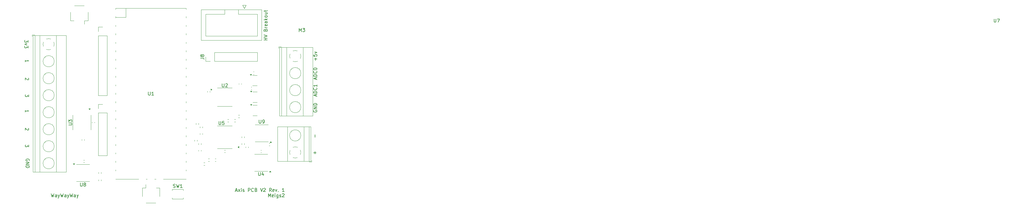
<source format=gto>
%TF.GenerationSoftware,KiCad,Pcbnew,8.0.2*%
%TF.CreationDate,2024-09-15T12:36:31-05:00*%
%TF.ProjectId,Axis_MCU_V3,41786973-5f4d-4435-955f-56332e6b6963,rev?*%
%TF.SameCoordinates,Original*%
%TF.FileFunction,Legend,Top*%
%TF.FilePolarity,Positive*%
%FSLAX46Y46*%
G04 Gerber Fmt 4.6, Leading zero omitted, Abs format (unit mm)*
G04 Created by KiCad (PCBNEW 8.0.2) date 2024-09-15 12:36:31*
%MOMM*%
%LPD*%
G01*
G04 APERTURE LIST*
%ADD10C,0.150000*%
%ADD11C,0.120000*%
G04 APERTURE END LIST*
D10*
X63545180Y-57266667D02*
X63545180Y-57885714D01*
X63545180Y-57885714D02*
X63164228Y-57552381D01*
X63164228Y-57552381D02*
X63164228Y-57695238D01*
X63164228Y-57695238D02*
X63116609Y-57790476D01*
X63116609Y-57790476D02*
X63068990Y-57838095D01*
X63068990Y-57838095D02*
X62973752Y-57885714D01*
X62973752Y-57885714D02*
X62735657Y-57885714D01*
X62735657Y-57885714D02*
X62640419Y-57838095D01*
X62640419Y-57838095D02*
X62592800Y-57790476D01*
X62592800Y-57790476D02*
X62545180Y-57695238D01*
X62545180Y-57695238D02*
X62545180Y-57409524D01*
X62545180Y-57409524D02*
X62592800Y-57314286D01*
X62592800Y-57314286D02*
X62640419Y-57266667D01*
X134654819Y-40980952D02*
X133654819Y-40980952D01*
X134131009Y-40980952D02*
X134131009Y-40409524D01*
X134654819Y-40409524D02*
X133654819Y-40409524D01*
X133654819Y-40076190D02*
X134654819Y-39742857D01*
X134654819Y-39742857D02*
X133654819Y-39409524D01*
X134131009Y-37980952D02*
X134178628Y-37838095D01*
X134178628Y-37838095D02*
X134226247Y-37790476D01*
X134226247Y-37790476D02*
X134321485Y-37742857D01*
X134321485Y-37742857D02*
X134464342Y-37742857D01*
X134464342Y-37742857D02*
X134559580Y-37790476D01*
X134559580Y-37790476D02*
X134607200Y-37838095D01*
X134607200Y-37838095D02*
X134654819Y-37933333D01*
X134654819Y-37933333D02*
X134654819Y-38314285D01*
X134654819Y-38314285D02*
X133654819Y-38314285D01*
X133654819Y-38314285D02*
X133654819Y-37980952D01*
X133654819Y-37980952D02*
X133702438Y-37885714D01*
X133702438Y-37885714D02*
X133750057Y-37838095D01*
X133750057Y-37838095D02*
X133845295Y-37790476D01*
X133845295Y-37790476D02*
X133940533Y-37790476D01*
X133940533Y-37790476D02*
X134035771Y-37838095D01*
X134035771Y-37838095D02*
X134083390Y-37885714D01*
X134083390Y-37885714D02*
X134131009Y-37980952D01*
X134131009Y-37980952D02*
X134131009Y-38314285D01*
X134654819Y-37314285D02*
X133988152Y-37314285D01*
X134178628Y-37314285D02*
X134083390Y-37266666D01*
X134083390Y-37266666D02*
X134035771Y-37219047D01*
X134035771Y-37219047D02*
X133988152Y-37123809D01*
X133988152Y-37123809D02*
X133988152Y-37028571D01*
X134607200Y-36314285D02*
X134654819Y-36409523D01*
X134654819Y-36409523D02*
X134654819Y-36599999D01*
X134654819Y-36599999D02*
X134607200Y-36695237D01*
X134607200Y-36695237D02*
X134511961Y-36742856D01*
X134511961Y-36742856D02*
X134131009Y-36742856D01*
X134131009Y-36742856D02*
X134035771Y-36695237D01*
X134035771Y-36695237D02*
X133988152Y-36599999D01*
X133988152Y-36599999D02*
X133988152Y-36409523D01*
X133988152Y-36409523D02*
X134035771Y-36314285D01*
X134035771Y-36314285D02*
X134131009Y-36266666D01*
X134131009Y-36266666D02*
X134226247Y-36266666D01*
X134226247Y-36266666D02*
X134321485Y-36742856D01*
X134654819Y-35409523D02*
X134131009Y-35409523D01*
X134131009Y-35409523D02*
X134035771Y-35457142D01*
X134035771Y-35457142D02*
X133988152Y-35552380D01*
X133988152Y-35552380D02*
X133988152Y-35742856D01*
X133988152Y-35742856D02*
X134035771Y-35838094D01*
X134607200Y-35409523D02*
X134654819Y-35504761D01*
X134654819Y-35504761D02*
X134654819Y-35742856D01*
X134654819Y-35742856D02*
X134607200Y-35838094D01*
X134607200Y-35838094D02*
X134511961Y-35885713D01*
X134511961Y-35885713D02*
X134416723Y-35885713D01*
X134416723Y-35885713D02*
X134321485Y-35838094D01*
X134321485Y-35838094D02*
X134273866Y-35742856D01*
X134273866Y-35742856D02*
X134273866Y-35504761D01*
X134273866Y-35504761D02*
X134226247Y-35409523D01*
X134654819Y-34933332D02*
X133654819Y-34933332D01*
X134273866Y-34838094D02*
X134654819Y-34552380D01*
X133988152Y-34552380D02*
X134369104Y-34933332D01*
X134654819Y-33980951D02*
X134607200Y-34076189D01*
X134607200Y-34076189D02*
X134559580Y-34123808D01*
X134559580Y-34123808D02*
X134464342Y-34171427D01*
X134464342Y-34171427D02*
X134178628Y-34171427D01*
X134178628Y-34171427D02*
X134083390Y-34123808D01*
X134083390Y-34123808D02*
X134035771Y-34076189D01*
X134035771Y-34076189D02*
X133988152Y-33980951D01*
X133988152Y-33980951D02*
X133988152Y-33838094D01*
X133988152Y-33838094D02*
X134035771Y-33742856D01*
X134035771Y-33742856D02*
X134083390Y-33695237D01*
X134083390Y-33695237D02*
X134178628Y-33647618D01*
X134178628Y-33647618D02*
X134464342Y-33647618D01*
X134464342Y-33647618D02*
X134559580Y-33695237D01*
X134559580Y-33695237D02*
X134607200Y-33742856D01*
X134607200Y-33742856D02*
X134654819Y-33838094D01*
X134654819Y-33838094D02*
X134654819Y-33980951D01*
X133988152Y-32790475D02*
X134654819Y-32790475D01*
X133988152Y-33219046D02*
X134511961Y-33219046D01*
X134511961Y-33219046D02*
X134607200Y-33171427D01*
X134607200Y-33171427D02*
X134654819Y-33076189D01*
X134654819Y-33076189D02*
X134654819Y-32933332D01*
X134654819Y-32933332D02*
X134607200Y-32838094D01*
X134607200Y-32838094D02*
X134559580Y-32790475D01*
X133988152Y-32457141D02*
X133988152Y-32076189D01*
X133654819Y-32314284D02*
X134511961Y-32314284D01*
X134511961Y-32314284D02*
X134607200Y-32266665D01*
X134607200Y-32266665D02*
X134654819Y-32171427D01*
X134654819Y-32171427D02*
X134654819Y-32076189D01*
X63449942Y-67314286D02*
X63497561Y-67361905D01*
X63497561Y-67361905D02*
X63545180Y-67457143D01*
X63545180Y-67457143D02*
X63545180Y-67695238D01*
X63545180Y-67695238D02*
X63497561Y-67790476D01*
X63497561Y-67790476D02*
X63449942Y-67838095D01*
X63449942Y-67838095D02*
X63354704Y-67885714D01*
X63354704Y-67885714D02*
X63259466Y-67885714D01*
X63259466Y-67885714D02*
X63116609Y-67838095D01*
X63116609Y-67838095D02*
X62545180Y-67266667D01*
X62545180Y-67266667D02*
X62545180Y-67885714D01*
X149073866Y-47038094D02*
X149073866Y-46276190D01*
X149454819Y-46657142D02*
X148692914Y-46657142D01*
X148454819Y-45323809D02*
X148454819Y-45799999D01*
X148454819Y-45799999D02*
X148931009Y-45847618D01*
X148931009Y-45847618D02*
X148883390Y-45799999D01*
X148883390Y-45799999D02*
X148835771Y-45704761D01*
X148835771Y-45704761D02*
X148835771Y-45466666D01*
X148835771Y-45466666D02*
X148883390Y-45371428D01*
X148883390Y-45371428D02*
X148931009Y-45323809D01*
X148931009Y-45323809D02*
X149026247Y-45276190D01*
X149026247Y-45276190D02*
X149264342Y-45276190D01*
X149264342Y-45276190D02*
X149359580Y-45323809D01*
X149359580Y-45323809D02*
X149407200Y-45371428D01*
X149407200Y-45371428D02*
X149454819Y-45466666D01*
X149454819Y-45466666D02*
X149454819Y-45704761D01*
X149454819Y-45704761D02*
X149407200Y-45799999D01*
X149407200Y-45799999D02*
X149359580Y-45847618D01*
X148788152Y-44942856D02*
X149454819Y-44704761D01*
X149454819Y-44704761D02*
X148788152Y-44466666D01*
X70241541Y-86869819D02*
X70479636Y-87869819D01*
X70479636Y-87869819D02*
X70670112Y-87155533D01*
X70670112Y-87155533D02*
X70860588Y-87869819D01*
X70860588Y-87869819D02*
X71098684Y-86869819D01*
X71908207Y-87869819D02*
X71908207Y-87346009D01*
X71908207Y-87346009D02*
X71860588Y-87250771D01*
X71860588Y-87250771D02*
X71765350Y-87203152D01*
X71765350Y-87203152D02*
X71574874Y-87203152D01*
X71574874Y-87203152D02*
X71479636Y-87250771D01*
X71908207Y-87822200D02*
X71812969Y-87869819D01*
X71812969Y-87869819D02*
X71574874Y-87869819D01*
X71574874Y-87869819D02*
X71479636Y-87822200D01*
X71479636Y-87822200D02*
X71432017Y-87726961D01*
X71432017Y-87726961D02*
X71432017Y-87631723D01*
X71432017Y-87631723D02*
X71479636Y-87536485D01*
X71479636Y-87536485D02*
X71574874Y-87488866D01*
X71574874Y-87488866D02*
X71812969Y-87488866D01*
X71812969Y-87488866D02*
X71908207Y-87441247D01*
X72289160Y-87203152D02*
X72527255Y-87869819D01*
X72765350Y-87203152D02*
X72527255Y-87869819D01*
X72527255Y-87869819D02*
X72432017Y-88107914D01*
X72432017Y-88107914D02*
X72384398Y-88155533D01*
X72384398Y-88155533D02*
X72289160Y-88203152D01*
X73051065Y-86869819D02*
X73289160Y-87869819D01*
X73289160Y-87869819D02*
X73479636Y-87155533D01*
X73479636Y-87155533D02*
X73670112Y-87869819D01*
X73670112Y-87869819D02*
X73908208Y-86869819D01*
X74717731Y-87869819D02*
X74717731Y-87346009D01*
X74717731Y-87346009D02*
X74670112Y-87250771D01*
X74670112Y-87250771D02*
X74574874Y-87203152D01*
X74574874Y-87203152D02*
X74384398Y-87203152D01*
X74384398Y-87203152D02*
X74289160Y-87250771D01*
X74717731Y-87822200D02*
X74622493Y-87869819D01*
X74622493Y-87869819D02*
X74384398Y-87869819D01*
X74384398Y-87869819D02*
X74289160Y-87822200D01*
X74289160Y-87822200D02*
X74241541Y-87726961D01*
X74241541Y-87726961D02*
X74241541Y-87631723D01*
X74241541Y-87631723D02*
X74289160Y-87536485D01*
X74289160Y-87536485D02*
X74384398Y-87488866D01*
X74384398Y-87488866D02*
X74622493Y-87488866D01*
X74622493Y-87488866D02*
X74717731Y-87441247D01*
X75098684Y-87203152D02*
X75336779Y-87869819D01*
X75574874Y-87203152D02*
X75336779Y-87869819D01*
X75336779Y-87869819D02*
X75241541Y-88107914D01*
X75241541Y-88107914D02*
X75193922Y-88155533D01*
X75193922Y-88155533D02*
X75098684Y-88203152D01*
X75860589Y-86869819D02*
X76098684Y-87869819D01*
X76098684Y-87869819D02*
X76289160Y-87155533D01*
X76289160Y-87155533D02*
X76479636Y-87869819D01*
X76479636Y-87869819D02*
X76717732Y-86869819D01*
X77527255Y-87869819D02*
X77527255Y-87346009D01*
X77527255Y-87346009D02*
X77479636Y-87250771D01*
X77479636Y-87250771D02*
X77384398Y-87203152D01*
X77384398Y-87203152D02*
X77193922Y-87203152D01*
X77193922Y-87203152D02*
X77098684Y-87250771D01*
X77527255Y-87822200D02*
X77432017Y-87869819D01*
X77432017Y-87869819D02*
X77193922Y-87869819D01*
X77193922Y-87869819D02*
X77098684Y-87822200D01*
X77098684Y-87822200D02*
X77051065Y-87726961D01*
X77051065Y-87726961D02*
X77051065Y-87631723D01*
X77051065Y-87631723D02*
X77098684Y-87536485D01*
X77098684Y-87536485D02*
X77193922Y-87488866D01*
X77193922Y-87488866D02*
X77432017Y-87488866D01*
X77432017Y-87488866D02*
X77527255Y-87441247D01*
X77908208Y-87203152D02*
X78146303Y-87869819D01*
X78384398Y-87203152D02*
X78146303Y-87869819D01*
X78146303Y-87869819D02*
X78051065Y-88107914D01*
X78051065Y-88107914D02*
X78003446Y-88155533D01*
X78003446Y-88155533D02*
X77908208Y-88203152D01*
X148502438Y-61961904D02*
X148454819Y-62057142D01*
X148454819Y-62057142D02*
X148454819Y-62199999D01*
X148454819Y-62199999D02*
X148502438Y-62342856D01*
X148502438Y-62342856D02*
X148597676Y-62438094D01*
X148597676Y-62438094D02*
X148692914Y-62485713D01*
X148692914Y-62485713D02*
X148883390Y-62533332D01*
X148883390Y-62533332D02*
X149026247Y-62533332D01*
X149026247Y-62533332D02*
X149216723Y-62485713D01*
X149216723Y-62485713D02*
X149311961Y-62438094D01*
X149311961Y-62438094D02*
X149407200Y-62342856D01*
X149407200Y-62342856D02*
X149454819Y-62199999D01*
X149454819Y-62199999D02*
X149454819Y-62104761D01*
X149454819Y-62104761D02*
X149407200Y-61961904D01*
X149407200Y-61961904D02*
X149359580Y-61914285D01*
X149359580Y-61914285D02*
X149026247Y-61914285D01*
X149026247Y-61914285D02*
X149026247Y-62104761D01*
X149454819Y-61485713D02*
X148454819Y-61485713D01*
X148454819Y-61485713D02*
X149454819Y-60914285D01*
X149454819Y-60914285D02*
X148454819Y-60914285D01*
X149454819Y-60438094D02*
X148454819Y-60438094D01*
X148454819Y-60438094D02*
X148454819Y-60199999D01*
X148454819Y-60199999D02*
X148502438Y-60057142D01*
X148502438Y-60057142D02*
X148597676Y-59961904D01*
X148597676Y-59961904D02*
X148692914Y-59914285D01*
X148692914Y-59914285D02*
X148883390Y-59866666D01*
X148883390Y-59866666D02*
X149026247Y-59866666D01*
X149026247Y-59866666D02*
X149216723Y-59914285D01*
X149216723Y-59914285D02*
X149311961Y-59961904D01*
X149311961Y-59961904D02*
X149407200Y-60057142D01*
X149407200Y-60057142D02*
X149454819Y-60199999D01*
X149454819Y-60199999D02*
X149454819Y-60438094D01*
X62545180Y-62485714D02*
X62545180Y-61914286D01*
X62545180Y-62200000D02*
X63545180Y-62200000D01*
X63545180Y-62200000D02*
X63402323Y-62104762D01*
X63402323Y-62104762D02*
X63307085Y-62009524D01*
X63307085Y-62009524D02*
X63259466Y-61914286D01*
X63697561Y-77038095D02*
X63745180Y-76942857D01*
X63745180Y-76942857D02*
X63745180Y-76800000D01*
X63745180Y-76800000D02*
X63697561Y-76657143D01*
X63697561Y-76657143D02*
X63602323Y-76561905D01*
X63602323Y-76561905D02*
X63507085Y-76514286D01*
X63507085Y-76514286D02*
X63316609Y-76466667D01*
X63316609Y-76466667D02*
X63173752Y-76466667D01*
X63173752Y-76466667D02*
X62983276Y-76514286D01*
X62983276Y-76514286D02*
X62888038Y-76561905D01*
X62888038Y-76561905D02*
X62792800Y-76657143D01*
X62792800Y-76657143D02*
X62745180Y-76800000D01*
X62745180Y-76800000D02*
X62745180Y-76895238D01*
X62745180Y-76895238D02*
X62792800Y-77038095D01*
X62792800Y-77038095D02*
X62840419Y-77085714D01*
X62840419Y-77085714D02*
X63173752Y-77085714D01*
X63173752Y-77085714D02*
X63173752Y-76895238D01*
X62745180Y-77514286D02*
X63745180Y-77514286D01*
X63745180Y-77514286D02*
X62745180Y-78085714D01*
X62745180Y-78085714D02*
X63745180Y-78085714D01*
X62745180Y-78561905D02*
X63745180Y-78561905D01*
X63745180Y-78561905D02*
X63745180Y-78800000D01*
X63745180Y-78800000D02*
X63697561Y-78942857D01*
X63697561Y-78942857D02*
X63602323Y-79038095D01*
X63602323Y-79038095D02*
X63507085Y-79085714D01*
X63507085Y-79085714D02*
X63316609Y-79133333D01*
X63316609Y-79133333D02*
X63173752Y-79133333D01*
X63173752Y-79133333D02*
X62983276Y-79085714D01*
X62983276Y-79085714D02*
X62888038Y-79038095D01*
X62888038Y-79038095D02*
X62792800Y-78942857D01*
X62792800Y-78942857D02*
X62745180Y-78800000D01*
X62745180Y-78800000D02*
X62745180Y-78561905D01*
X63449942Y-52314286D02*
X63497561Y-52361905D01*
X63497561Y-52361905D02*
X63545180Y-52457143D01*
X63545180Y-52457143D02*
X63545180Y-52695238D01*
X63545180Y-52695238D02*
X63497561Y-52790476D01*
X63497561Y-52790476D02*
X63449942Y-52838095D01*
X63449942Y-52838095D02*
X63354704Y-52885714D01*
X63354704Y-52885714D02*
X63259466Y-52885714D01*
X63259466Y-52885714D02*
X63116609Y-52838095D01*
X63116609Y-52838095D02*
X62545180Y-52266667D01*
X62545180Y-52266667D02*
X62545180Y-52885714D01*
X144190476Y-38454819D02*
X144190476Y-37454819D01*
X144190476Y-37454819D02*
X144523809Y-38169104D01*
X144523809Y-38169104D02*
X144857142Y-37454819D01*
X144857142Y-37454819D02*
X144857142Y-38454819D01*
X145238095Y-37454819D02*
X145857142Y-37454819D01*
X145857142Y-37454819D02*
X145523809Y-37835771D01*
X145523809Y-37835771D02*
X145666666Y-37835771D01*
X145666666Y-37835771D02*
X145761904Y-37883390D01*
X145761904Y-37883390D02*
X145809523Y-37931009D01*
X145809523Y-37931009D02*
X145857142Y-38026247D01*
X145857142Y-38026247D02*
X145857142Y-38264342D01*
X145857142Y-38264342D02*
X145809523Y-38359580D01*
X145809523Y-38359580D02*
X145761904Y-38407200D01*
X145761904Y-38407200D02*
X145666666Y-38454819D01*
X145666666Y-38454819D02*
X145380952Y-38454819D01*
X145380952Y-38454819D02*
X145285714Y-38407200D01*
X145285714Y-38407200D02*
X145238095Y-38359580D01*
X125234648Y-85974160D02*
X125710838Y-85974160D01*
X125139410Y-86259875D02*
X125472743Y-85259875D01*
X125472743Y-85259875D02*
X125806076Y-86259875D01*
X126044172Y-86259875D02*
X126567981Y-85593208D01*
X126044172Y-85593208D02*
X126567981Y-86259875D01*
X126948934Y-86259875D02*
X126948934Y-85593208D01*
X126948934Y-85259875D02*
X126901315Y-85307494D01*
X126901315Y-85307494D02*
X126948934Y-85355113D01*
X126948934Y-85355113D02*
X126996553Y-85307494D01*
X126996553Y-85307494D02*
X126948934Y-85259875D01*
X126948934Y-85259875D02*
X126948934Y-85355113D01*
X127377505Y-86212256D02*
X127472743Y-86259875D01*
X127472743Y-86259875D02*
X127663219Y-86259875D01*
X127663219Y-86259875D02*
X127758457Y-86212256D01*
X127758457Y-86212256D02*
X127806076Y-86117017D01*
X127806076Y-86117017D02*
X127806076Y-86069398D01*
X127806076Y-86069398D02*
X127758457Y-85974160D01*
X127758457Y-85974160D02*
X127663219Y-85926541D01*
X127663219Y-85926541D02*
X127520362Y-85926541D01*
X127520362Y-85926541D02*
X127425124Y-85878922D01*
X127425124Y-85878922D02*
X127377505Y-85783684D01*
X127377505Y-85783684D02*
X127377505Y-85736065D01*
X127377505Y-85736065D02*
X127425124Y-85640827D01*
X127425124Y-85640827D02*
X127520362Y-85593208D01*
X127520362Y-85593208D02*
X127663219Y-85593208D01*
X127663219Y-85593208D02*
X127758457Y-85640827D01*
X128996553Y-86259875D02*
X128996553Y-85259875D01*
X128996553Y-85259875D02*
X129377505Y-85259875D01*
X129377505Y-85259875D02*
X129472743Y-85307494D01*
X129472743Y-85307494D02*
X129520362Y-85355113D01*
X129520362Y-85355113D02*
X129567981Y-85450351D01*
X129567981Y-85450351D02*
X129567981Y-85593208D01*
X129567981Y-85593208D02*
X129520362Y-85688446D01*
X129520362Y-85688446D02*
X129472743Y-85736065D01*
X129472743Y-85736065D02*
X129377505Y-85783684D01*
X129377505Y-85783684D02*
X128996553Y-85783684D01*
X130567981Y-86164636D02*
X130520362Y-86212256D01*
X130520362Y-86212256D02*
X130377505Y-86259875D01*
X130377505Y-86259875D02*
X130282267Y-86259875D01*
X130282267Y-86259875D02*
X130139410Y-86212256D01*
X130139410Y-86212256D02*
X130044172Y-86117017D01*
X130044172Y-86117017D02*
X129996553Y-86021779D01*
X129996553Y-86021779D02*
X129948934Y-85831303D01*
X129948934Y-85831303D02*
X129948934Y-85688446D01*
X129948934Y-85688446D02*
X129996553Y-85497970D01*
X129996553Y-85497970D02*
X130044172Y-85402732D01*
X130044172Y-85402732D02*
X130139410Y-85307494D01*
X130139410Y-85307494D02*
X130282267Y-85259875D01*
X130282267Y-85259875D02*
X130377505Y-85259875D01*
X130377505Y-85259875D02*
X130520362Y-85307494D01*
X130520362Y-85307494D02*
X130567981Y-85355113D01*
X131329886Y-85736065D02*
X131472743Y-85783684D01*
X131472743Y-85783684D02*
X131520362Y-85831303D01*
X131520362Y-85831303D02*
X131567981Y-85926541D01*
X131567981Y-85926541D02*
X131567981Y-86069398D01*
X131567981Y-86069398D02*
X131520362Y-86164636D01*
X131520362Y-86164636D02*
X131472743Y-86212256D01*
X131472743Y-86212256D02*
X131377505Y-86259875D01*
X131377505Y-86259875D02*
X130996553Y-86259875D01*
X130996553Y-86259875D02*
X130996553Y-85259875D01*
X130996553Y-85259875D02*
X131329886Y-85259875D01*
X131329886Y-85259875D02*
X131425124Y-85307494D01*
X131425124Y-85307494D02*
X131472743Y-85355113D01*
X131472743Y-85355113D02*
X131520362Y-85450351D01*
X131520362Y-85450351D02*
X131520362Y-85545589D01*
X131520362Y-85545589D02*
X131472743Y-85640827D01*
X131472743Y-85640827D02*
X131425124Y-85688446D01*
X131425124Y-85688446D02*
X131329886Y-85736065D01*
X131329886Y-85736065D02*
X130996553Y-85736065D01*
X132615601Y-85259875D02*
X132948934Y-86259875D01*
X132948934Y-86259875D02*
X133282267Y-85259875D01*
X133567982Y-85355113D02*
X133615601Y-85307494D01*
X133615601Y-85307494D02*
X133710839Y-85259875D01*
X133710839Y-85259875D02*
X133948934Y-85259875D01*
X133948934Y-85259875D02*
X134044172Y-85307494D01*
X134044172Y-85307494D02*
X134091791Y-85355113D01*
X134091791Y-85355113D02*
X134139410Y-85450351D01*
X134139410Y-85450351D02*
X134139410Y-85545589D01*
X134139410Y-85545589D02*
X134091791Y-85688446D01*
X134091791Y-85688446D02*
X133520363Y-86259875D01*
X133520363Y-86259875D02*
X134139410Y-86259875D01*
X135901315Y-86259875D02*
X135567982Y-85783684D01*
X135329887Y-86259875D02*
X135329887Y-85259875D01*
X135329887Y-85259875D02*
X135710839Y-85259875D01*
X135710839Y-85259875D02*
X135806077Y-85307494D01*
X135806077Y-85307494D02*
X135853696Y-85355113D01*
X135853696Y-85355113D02*
X135901315Y-85450351D01*
X135901315Y-85450351D02*
X135901315Y-85593208D01*
X135901315Y-85593208D02*
X135853696Y-85688446D01*
X135853696Y-85688446D02*
X135806077Y-85736065D01*
X135806077Y-85736065D02*
X135710839Y-85783684D01*
X135710839Y-85783684D02*
X135329887Y-85783684D01*
X136710839Y-86212256D02*
X136615601Y-86259875D01*
X136615601Y-86259875D02*
X136425125Y-86259875D01*
X136425125Y-86259875D02*
X136329887Y-86212256D01*
X136329887Y-86212256D02*
X136282268Y-86117017D01*
X136282268Y-86117017D02*
X136282268Y-85736065D01*
X136282268Y-85736065D02*
X136329887Y-85640827D01*
X136329887Y-85640827D02*
X136425125Y-85593208D01*
X136425125Y-85593208D02*
X136615601Y-85593208D01*
X136615601Y-85593208D02*
X136710839Y-85640827D01*
X136710839Y-85640827D02*
X136758458Y-85736065D01*
X136758458Y-85736065D02*
X136758458Y-85831303D01*
X136758458Y-85831303D02*
X136282268Y-85926541D01*
X137091792Y-85593208D02*
X137329887Y-86259875D01*
X137329887Y-86259875D02*
X137567982Y-85593208D01*
X137948935Y-86164636D02*
X137996554Y-86212256D01*
X137996554Y-86212256D02*
X137948935Y-86259875D01*
X137948935Y-86259875D02*
X137901316Y-86212256D01*
X137901316Y-86212256D02*
X137948935Y-86164636D01*
X137948935Y-86164636D02*
X137948935Y-86259875D01*
X139710839Y-86259875D02*
X139139411Y-86259875D01*
X139425125Y-86259875D02*
X139425125Y-85259875D01*
X139425125Y-85259875D02*
X139329887Y-85402732D01*
X139329887Y-85402732D02*
X139234649Y-85497970D01*
X139234649Y-85497970D02*
X139139411Y-85545589D01*
X134996554Y-87869819D02*
X134996554Y-86869819D01*
X134996554Y-86869819D02*
X135329887Y-87584104D01*
X135329887Y-87584104D02*
X135663220Y-86869819D01*
X135663220Y-86869819D02*
X135663220Y-87869819D01*
X136520363Y-87822200D02*
X136425125Y-87869819D01*
X136425125Y-87869819D02*
X136234649Y-87869819D01*
X136234649Y-87869819D02*
X136139411Y-87822200D01*
X136139411Y-87822200D02*
X136091792Y-87726961D01*
X136091792Y-87726961D02*
X136091792Y-87346009D01*
X136091792Y-87346009D02*
X136139411Y-87250771D01*
X136139411Y-87250771D02*
X136234649Y-87203152D01*
X136234649Y-87203152D02*
X136425125Y-87203152D01*
X136425125Y-87203152D02*
X136520363Y-87250771D01*
X136520363Y-87250771D02*
X136567982Y-87346009D01*
X136567982Y-87346009D02*
X136567982Y-87441247D01*
X136567982Y-87441247D02*
X136091792Y-87536485D01*
X136996554Y-87869819D02*
X136996554Y-87203152D01*
X136996554Y-86869819D02*
X136948935Y-86917438D01*
X136948935Y-86917438D02*
X136996554Y-86965057D01*
X136996554Y-86965057D02*
X137044173Y-86917438D01*
X137044173Y-86917438D02*
X136996554Y-86869819D01*
X136996554Y-86869819D02*
X136996554Y-86965057D01*
X137901315Y-87203152D02*
X137901315Y-88012676D01*
X137901315Y-88012676D02*
X137853696Y-88107914D01*
X137853696Y-88107914D02*
X137806077Y-88155533D01*
X137806077Y-88155533D02*
X137710839Y-88203152D01*
X137710839Y-88203152D02*
X137567982Y-88203152D01*
X137567982Y-88203152D02*
X137472744Y-88155533D01*
X137901315Y-87822200D02*
X137806077Y-87869819D01*
X137806077Y-87869819D02*
X137615601Y-87869819D01*
X137615601Y-87869819D02*
X137520363Y-87822200D01*
X137520363Y-87822200D02*
X137472744Y-87774580D01*
X137472744Y-87774580D02*
X137425125Y-87679342D01*
X137425125Y-87679342D02*
X137425125Y-87393628D01*
X137425125Y-87393628D02*
X137472744Y-87298390D01*
X137472744Y-87298390D02*
X137520363Y-87250771D01*
X137520363Y-87250771D02*
X137615601Y-87203152D01*
X137615601Y-87203152D02*
X137806077Y-87203152D01*
X137806077Y-87203152D02*
X137901315Y-87250771D01*
X138329887Y-87822200D02*
X138425125Y-87869819D01*
X138425125Y-87869819D02*
X138615601Y-87869819D01*
X138615601Y-87869819D02*
X138710839Y-87822200D01*
X138710839Y-87822200D02*
X138758458Y-87726961D01*
X138758458Y-87726961D02*
X138758458Y-87679342D01*
X138758458Y-87679342D02*
X138710839Y-87584104D01*
X138710839Y-87584104D02*
X138615601Y-87536485D01*
X138615601Y-87536485D02*
X138472744Y-87536485D01*
X138472744Y-87536485D02*
X138377506Y-87488866D01*
X138377506Y-87488866D02*
X138329887Y-87393628D01*
X138329887Y-87393628D02*
X138329887Y-87346009D01*
X138329887Y-87346009D02*
X138377506Y-87250771D01*
X138377506Y-87250771D02*
X138472744Y-87203152D01*
X138472744Y-87203152D02*
X138615601Y-87203152D01*
X138615601Y-87203152D02*
X138710839Y-87250771D01*
X139139411Y-86965057D02*
X139187030Y-86917438D01*
X139187030Y-86917438D02*
X139282268Y-86869819D01*
X139282268Y-86869819D02*
X139520363Y-86869819D01*
X139520363Y-86869819D02*
X139615601Y-86917438D01*
X139615601Y-86917438D02*
X139663220Y-86965057D01*
X139663220Y-86965057D02*
X139710839Y-87060295D01*
X139710839Y-87060295D02*
X139710839Y-87155533D01*
X139710839Y-87155533D02*
X139663220Y-87298390D01*
X139663220Y-87298390D02*
X139091792Y-87869819D01*
X139091792Y-87869819D02*
X139710839Y-87869819D01*
X148873866Y-74980951D02*
X148873866Y-74219047D01*
X149254819Y-74599999D02*
X148492914Y-74599999D01*
X149169104Y-52714285D02*
X149169104Y-52238095D01*
X149454819Y-52809523D02*
X148454819Y-52476190D01*
X148454819Y-52476190D02*
X149454819Y-52142857D01*
X149454819Y-51809523D02*
X148454819Y-51809523D01*
X148454819Y-51809523D02*
X148454819Y-51571428D01*
X148454819Y-51571428D02*
X148502438Y-51428571D01*
X148502438Y-51428571D02*
X148597676Y-51333333D01*
X148597676Y-51333333D02*
X148692914Y-51285714D01*
X148692914Y-51285714D02*
X148883390Y-51238095D01*
X148883390Y-51238095D02*
X149026247Y-51238095D01*
X149026247Y-51238095D02*
X149216723Y-51285714D01*
X149216723Y-51285714D02*
X149311961Y-51333333D01*
X149311961Y-51333333D02*
X149407200Y-51428571D01*
X149407200Y-51428571D02*
X149454819Y-51571428D01*
X149454819Y-51571428D02*
X149454819Y-51809523D01*
X149359580Y-50238095D02*
X149407200Y-50285714D01*
X149407200Y-50285714D02*
X149454819Y-50428571D01*
X149454819Y-50428571D02*
X149454819Y-50523809D01*
X149454819Y-50523809D02*
X149407200Y-50666666D01*
X149407200Y-50666666D02*
X149311961Y-50761904D01*
X149311961Y-50761904D02*
X149216723Y-50809523D01*
X149216723Y-50809523D02*
X149026247Y-50857142D01*
X149026247Y-50857142D02*
X148883390Y-50857142D01*
X148883390Y-50857142D02*
X148692914Y-50809523D01*
X148692914Y-50809523D02*
X148597676Y-50761904D01*
X148597676Y-50761904D02*
X148502438Y-50666666D01*
X148502438Y-50666666D02*
X148454819Y-50523809D01*
X148454819Y-50523809D02*
X148454819Y-50428571D01*
X148454819Y-50428571D02*
X148502438Y-50285714D01*
X148502438Y-50285714D02*
X148550057Y-50238095D01*
X148454819Y-49619047D02*
X148454819Y-49523809D01*
X148454819Y-49523809D02*
X148502438Y-49428571D01*
X148502438Y-49428571D02*
X148550057Y-49380952D01*
X148550057Y-49380952D02*
X148645295Y-49333333D01*
X148645295Y-49333333D02*
X148835771Y-49285714D01*
X148835771Y-49285714D02*
X149073866Y-49285714D01*
X149073866Y-49285714D02*
X149264342Y-49333333D01*
X149264342Y-49333333D02*
X149359580Y-49380952D01*
X149359580Y-49380952D02*
X149407200Y-49428571D01*
X149407200Y-49428571D02*
X149454819Y-49523809D01*
X149454819Y-49523809D02*
X149454819Y-49619047D01*
X149454819Y-49619047D02*
X149407200Y-49714285D01*
X149407200Y-49714285D02*
X149359580Y-49761904D01*
X149359580Y-49761904D02*
X149264342Y-49809523D01*
X149264342Y-49809523D02*
X149073866Y-49857142D01*
X149073866Y-49857142D02*
X148835771Y-49857142D01*
X148835771Y-49857142D02*
X148645295Y-49809523D01*
X148645295Y-49809523D02*
X148550057Y-49761904D01*
X148550057Y-49761904D02*
X148502438Y-49714285D01*
X148502438Y-49714285D02*
X148454819Y-49619047D01*
X63345180Y-41009524D02*
X63345180Y-41628571D01*
X63345180Y-41628571D02*
X62964228Y-41295238D01*
X62964228Y-41295238D02*
X62964228Y-41438095D01*
X62964228Y-41438095D02*
X62916609Y-41533333D01*
X62916609Y-41533333D02*
X62868990Y-41580952D01*
X62868990Y-41580952D02*
X62773752Y-41628571D01*
X62773752Y-41628571D02*
X62535657Y-41628571D01*
X62535657Y-41628571D02*
X62440419Y-41580952D01*
X62440419Y-41580952D02*
X62392800Y-41533333D01*
X62392800Y-41533333D02*
X62345180Y-41438095D01*
X62345180Y-41438095D02*
X62345180Y-41152381D01*
X62345180Y-41152381D02*
X62392800Y-41057143D01*
X62392800Y-41057143D02*
X62440419Y-41009524D01*
X63011847Y-41961905D02*
X62345180Y-42200000D01*
X62345180Y-42200000D02*
X63011847Y-42438095D01*
X63345180Y-42723810D02*
X63345180Y-43342857D01*
X63345180Y-43342857D02*
X62964228Y-43009524D01*
X62964228Y-43009524D02*
X62964228Y-43152381D01*
X62964228Y-43152381D02*
X62916609Y-43247619D01*
X62916609Y-43247619D02*
X62868990Y-43295238D01*
X62868990Y-43295238D02*
X62773752Y-43342857D01*
X62773752Y-43342857D02*
X62535657Y-43342857D01*
X62535657Y-43342857D02*
X62440419Y-43295238D01*
X62440419Y-43295238D02*
X62392800Y-43247619D01*
X62392800Y-43247619D02*
X62345180Y-43152381D01*
X62345180Y-43152381D02*
X62345180Y-42866667D01*
X62345180Y-42866667D02*
X62392800Y-42771429D01*
X62392800Y-42771429D02*
X62440419Y-42723810D01*
X63545180Y-72266667D02*
X63545180Y-72885714D01*
X63545180Y-72885714D02*
X63164228Y-72552381D01*
X63164228Y-72552381D02*
X63164228Y-72695238D01*
X63164228Y-72695238D02*
X63116609Y-72790476D01*
X63116609Y-72790476D02*
X63068990Y-72838095D01*
X63068990Y-72838095D02*
X62973752Y-72885714D01*
X62973752Y-72885714D02*
X62735657Y-72885714D01*
X62735657Y-72885714D02*
X62640419Y-72838095D01*
X62640419Y-72838095D02*
X62592800Y-72790476D01*
X62592800Y-72790476D02*
X62545180Y-72695238D01*
X62545180Y-72695238D02*
X62545180Y-72409524D01*
X62545180Y-72409524D02*
X62592800Y-72314286D01*
X62592800Y-72314286D02*
X62640419Y-72266667D01*
X148873866Y-69980951D02*
X148873866Y-69219047D01*
X149169104Y-57714285D02*
X149169104Y-57238095D01*
X149454819Y-57809523D02*
X148454819Y-57476190D01*
X148454819Y-57476190D02*
X149454819Y-57142857D01*
X149454819Y-56809523D02*
X148454819Y-56809523D01*
X148454819Y-56809523D02*
X148454819Y-56571428D01*
X148454819Y-56571428D02*
X148502438Y-56428571D01*
X148502438Y-56428571D02*
X148597676Y-56333333D01*
X148597676Y-56333333D02*
X148692914Y-56285714D01*
X148692914Y-56285714D02*
X148883390Y-56238095D01*
X148883390Y-56238095D02*
X149026247Y-56238095D01*
X149026247Y-56238095D02*
X149216723Y-56285714D01*
X149216723Y-56285714D02*
X149311961Y-56333333D01*
X149311961Y-56333333D02*
X149407200Y-56428571D01*
X149407200Y-56428571D02*
X149454819Y-56571428D01*
X149454819Y-56571428D02*
X149454819Y-56809523D01*
X149359580Y-55238095D02*
X149407200Y-55285714D01*
X149407200Y-55285714D02*
X149454819Y-55428571D01*
X149454819Y-55428571D02*
X149454819Y-55523809D01*
X149454819Y-55523809D02*
X149407200Y-55666666D01*
X149407200Y-55666666D02*
X149311961Y-55761904D01*
X149311961Y-55761904D02*
X149216723Y-55809523D01*
X149216723Y-55809523D02*
X149026247Y-55857142D01*
X149026247Y-55857142D02*
X148883390Y-55857142D01*
X148883390Y-55857142D02*
X148692914Y-55809523D01*
X148692914Y-55809523D02*
X148597676Y-55761904D01*
X148597676Y-55761904D02*
X148502438Y-55666666D01*
X148502438Y-55666666D02*
X148454819Y-55523809D01*
X148454819Y-55523809D02*
X148454819Y-55428571D01*
X148454819Y-55428571D02*
X148502438Y-55285714D01*
X148502438Y-55285714D02*
X148550057Y-55238095D01*
X149454819Y-54285714D02*
X149454819Y-54857142D01*
X149454819Y-54571428D02*
X148454819Y-54571428D01*
X148454819Y-54571428D02*
X148597676Y-54666666D01*
X148597676Y-54666666D02*
X148692914Y-54761904D01*
X148692914Y-54761904D02*
X148740533Y-54857142D01*
X62545180Y-47485714D02*
X62545180Y-46914286D01*
X62545180Y-47200000D02*
X63545180Y-47200000D01*
X63545180Y-47200000D02*
X63402323Y-47104762D01*
X63402323Y-47104762D02*
X63307085Y-47009524D01*
X63307085Y-47009524D02*
X63259466Y-46914286D01*
X99238095Y-56454819D02*
X99238095Y-57264342D01*
X99238095Y-57264342D02*
X99285714Y-57359580D01*
X99285714Y-57359580D02*
X99333333Y-57407200D01*
X99333333Y-57407200D02*
X99428571Y-57454819D01*
X99428571Y-57454819D02*
X99619047Y-57454819D01*
X99619047Y-57454819D02*
X99714285Y-57407200D01*
X99714285Y-57407200D02*
X99761904Y-57359580D01*
X99761904Y-57359580D02*
X99809523Y-57264342D01*
X99809523Y-57264342D02*
X99809523Y-56454819D01*
X100809523Y-57454819D02*
X100238095Y-57454819D01*
X100523809Y-57454819D02*
X100523809Y-56454819D01*
X100523809Y-56454819D02*
X100428571Y-56597676D01*
X100428571Y-56597676D02*
X100333333Y-56692914D01*
X100333333Y-56692914D02*
X100238095Y-56740533D01*
X120238095Y-65254819D02*
X120238095Y-66064342D01*
X120238095Y-66064342D02*
X120285714Y-66159580D01*
X120285714Y-66159580D02*
X120333333Y-66207200D01*
X120333333Y-66207200D02*
X120428571Y-66254819D01*
X120428571Y-66254819D02*
X120619047Y-66254819D01*
X120619047Y-66254819D02*
X120714285Y-66207200D01*
X120714285Y-66207200D02*
X120761904Y-66159580D01*
X120761904Y-66159580D02*
X120809523Y-66064342D01*
X120809523Y-66064342D02*
X120809523Y-65254819D01*
X121761904Y-65254819D02*
X121285714Y-65254819D01*
X121285714Y-65254819D02*
X121238095Y-65731009D01*
X121238095Y-65731009D02*
X121285714Y-65683390D01*
X121285714Y-65683390D02*
X121380952Y-65635771D01*
X121380952Y-65635771D02*
X121619047Y-65635771D01*
X121619047Y-65635771D02*
X121714285Y-65683390D01*
X121714285Y-65683390D02*
X121761904Y-65731009D01*
X121761904Y-65731009D02*
X121809523Y-65826247D01*
X121809523Y-65826247D02*
X121809523Y-66064342D01*
X121809523Y-66064342D02*
X121761904Y-66159580D01*
X121761904Y-66159580D02*
X121714285Y-66207200D01*
X121714285Y-66207200D02*
X121619047Y-66254819D01*
X121619047Y-66254819D02*
X121380952Y-66254819D01*
X121380952Y-66254819D02*
X121285714Y-66207200D01*
X121285714Y-66207200D02*
X121238095Y-66159580D01*
X132238095Y-64854819D02*
X132238095Y-65664342D01*
X132238095Y-65664342D02*
X132285714Y-65759580D01*
X132285714Y-65759580D02*
X132333333Y-65807200D01*
X132333333Y-65807200D02*
X132428571Y-65854819D01*
X132428571Y-65854819D02*
X132619047Y-65854819D01*
X132619047Y-65854819D02*
X132714285Y-65807200D01*
X132714285Y-65807200D02*
X132761904Y-65759580D01*
X132761904Y-65759580D02*
X132809523Y-65664342D01*
X132809523Y-65664342D02*
X132809523Y-64854819D01*
X133333333Y-65854819D02*
X133523809Y-65854819D01*
X133523809Y-65854819D02*
X133619047Y-65807200D01*
X133619047Y-65807200D02*
X133666666Y-65759580D01*
X133666666Y-65759580D02*
X133761904Y-65616723D01*
X133761904Y-65616723D02*
X133809523Y-65426247D01*
X133809523Y-65426247D02*
X133809523Y-65045295D01*
X133809523Y-65045295D02*
X133761904Y-64950057D01*
X133761904Y-64950057D02*
X133714285Y-64902438D01*
X133714285Y-64902438D02*
X133619047Y-64854819D01*
X133619047Y-64854819D02*
X133428571Y-64854819D01*
X133428571Y-64854819D02*
X133333333Y-64902438D01*
X133333333Y-64902438D02*
X133285714Y-64950057D01*
X133285714Y-64950057D02*
X133238095Y-65045295D01*
X133238095Y-65045295D02*
X133238095Y-65283390D01*
X133238095Y-65283390D02*
X133285714Y-65378628D01*
X133285714Y-65378628D02*
X133333333Y-65426247D01*
X133333333Y-65426247D02*
X133428571Y-65473866D01*
X133428571Y-65473866D02*
X133619047Y-65473866D01*
X133619047Y-65473866D02*
X133714285Y-65426247D01*
X133714285Y-65426247D02*
X133761904Y-65378628D01*
X133761904Y-65378628D02*
X133809523Y-65283390D01*
X75454819Y-66361904D02*
X76264342Y-66361904D01*
X76264342Y-66361904D02*
X76359580Y-66314285D01*
X76359580Y-66314285D02*
X76407200Y-66266666D01*
X76407200Y-66266666D02*
X76454819Y-66171428D01*
X76454819Y-66171428D02*
X76454819Y-65980952D01*
X76454819Y-65980952D02*
X76407200Y-65885714D01*
X76407200Y-65885714D02*
X76359580Y-65838095D01*
X76359580Y-65838095D02*
X76264342Y-65790476D01*
X76264342Y-65790476D02*
X75454819Y-65790476D01*
X75454819Y-65409523D02*
X75454819Y-64790476D01*
X75454819Y-64790476D02*
X75835771Y-65123809D01*
X75835771Y-65123809D02*
X75835771Y-64980952D01*
X75835771Y-64980952D02*
X75883390Y-64885714D01*
X75883390Y-64885714D02*
X75931009Y-64838095D01*
X75931009Y-64838095D02*
X76026247Y-64790476D01*
X76026247Y-64790476D02*
X76264342Y-64790476D01*
X76264342Y-64790476D02*
X76359580Y-64838095D01*
X76359580Y-64838095D02*
X76407200Y-64885714D01*
X76407200Y-64885714D02*
X76454819Y-64980952D01*
X76454819Y-64980952D02*
X76454819Y-65266666D01*
X76454819Y-65266666D02*
X76407200Y-65361904D01*
X76407200Y-65361904D02*
X76359580Y-65409523D01*
X78963095Y-83654819D02*
X78963095Y-84464342D01*
X78963095Y-84464342D02*
X79010714Y-84559580D01*
X79010714Y-84559580D02*
X79058333Y-84607200D01*
X79058333Y-84607200D02*
X79153571Y-84654819D01*
X79153571Y-84654819D02*
X79344047Y-84654819D01*
X79344047Y-84654819D02*
X79439285Y-84607200D01*
X79439285Y-84607200D02*
X79486904Y-84559580D01*
X79486904Y-84559580D02*
X79534523Y-84464342D01*
X79534523Y-84464342D02*
X79534523Y-83654819D01*
X80153571Y-84083390D02*
X80058333Y-84035771D01*
X80058333Y-84035771D02*
X80010714Y-83988152D01*
X80010714Y-83988152D02*
X79963095Y-83892914D01*
X79963095Y-83892914D02*
X79963095Y-83845295D01*
X79963095Y-83845295D02*
X80010714Y-83750057D01*
X80010714Y-83750057D02*
X80058333Y-83702438D01*
X80058333Y-83702438D02*
X80153571Y-83654819D01*
X80153571Y-83654819D02*
X80344047Y-83654819D01*
X80344047Y-83654819D02*
X80439285Y-83702438D01*
X80439285Y-83702438D02*
X80486904Y-83750057D01*
X80486904Y-83750057D02*
X80534523Y-83845295D01*
X80534523Y-83845295D02*
X80534523Y-83892914D01*
X80534523Y-83892914D02*
X80486904Y-83988152D01*
X80486904Y-83988152D02*
X80439285Y-84035771D01*
X80439285Y-84035771D02*
X80344047Y-84083390D01*
X80344047Y-84083390D02*
X80153571Y-84083390D01*
X80153571Y-84083390D02*
X80058333Y-84131009D01*
X80058333Y-84131009D02*
X80010714Y-84178628D01*
X80010714Y-84178628D02*
X79963095Y-84273866D01*
X79963095Y-84273866D02*
X79963095Y-84464342D01*
X79963095Y-84464342D02*
X80010714Y-84559580D01*
X80010714Y-84559580D02*
X80058333Y-84607200D01*
X80058333Y-84607200D02*
X80153571Y-84654819D01*
X80153571Y-84654819D02*
X80344047Y-84654819D01*
X80344047Y-84654819D02*
X80439285Y-84607200D01*
X80439285Y-84607200D02*
X80486904Y-84559580D01*
X80486904Y-84559580D02*
X80534523Y-84464342D01*
X80534523Y-84464342D02*
X80534523Y-84273866D01*
X80534523Y-84273866D02*
X80486904Y-84178628D01*
X80486904Y-84178628D02*
X80439285Y-84131009D01*
X80439285Y-84131009D02*
X80344047Y-84083390D01*
X132038095Y-80454819D02*
X132038095Y-81264342D01*
X132038095Y-81264342D02*
X132085714Y-81359580D01*
X132085714Y-81359580D02*
X132133333Y-81407200D01*
X132133333Y-81407200D02*
X132228571Y-81454819D01*
X132228571Y-81454819D02*
X132419047Y-81454819D01*
X132419047Y-81454819D02*
X132514285Y-81407200D01*
X132514285Y-81407200D02*
X132561904Y-81359580D01*
X132561904Y-81359580D02*
X132609523Y-81264342D01*
X132609523Y-81264342D02*
X132609523Y-80454819D01*
X133514285Y-80788152D02*
X133514285Y-81454819D01*
X133276190Y-80407200D02*
X133038095Y-81121485D01*
X133038095Y-81121485D02*
X133657142Y-81121485D01*
X114774819Y-46333333D02*
X115489104Y-46333333D01*
X115489104Y-46333333D02*
X115631961Y-46380952D01*
X115631961Y-46380952D02*
X115727200Y-46476190D01*
X115727200Y-46476190D02*
X115774819Y-46619047D01*
X115774819Y-46619047D02*
X115774819Y-46714285D01*
X115203390Y-45714285D02*
X115155771Y-45809523D01*
X115155771Y-45809523D02*
X115108152Y-45857142D01*
X115108152Y-45857142D02*
X115012914Y-45904761D01*
X115012914Y-45904761D02*
X114965295Y-45904761D01*
X114965295Y-45904761D02*
X114870057Y-45857142D01*
X114870057Y-45857142D02*
X114822438Y-45809523D01*
X114822438Y-45809523D02*
X114774819Y-45714285D01*
X114774819Y-45714285D02*
X114774819Y-45523809D01*
X114774819Y-45523809D02*
X114822438Y-45428571D01*
X114822438Y-45428571D02*
X114870057Y-45380952D01*
X114870057Y-45380952D02*
X114965295Y-45333333D01*
X114965295Y-45333333D02*
X115012914Y-45333333D01*
X115012914Y-45333333D02*
X115108152Y-45380952D01*
X115108152Y-45380952D02*
X115155771Y-45428571D01*
X115155771Y-45428571D02*
X115203390Y-45523809D01*
X115203390Y-45523809D02*
X115203390Y-45714285D01*
X115203390Y-45714285D02*
X115251009Y-45809523D01*
X115251009Y-45809523D02*
X115298628Y-45857142D01*
X115298628Y-45857142D02*
X115393866Y-45904761D01*
X115393866Y-45904761D02*
X115584342Y-45904761D01*
X115584342Y-45904761D02*
X115679580Y-45857142D01*
X115679580Y-45857142D02*
X115727200Y-45809523D01*
X115727200Y-45809523D02*
X115774819Y-45714285D01*
X115774819Y-45714285D02*
X115774819Y-45523809D01*
X115774819Y-45523809D02*
X115727200Y-45428571D01*
X115727200Y-45428571D02*
X115679580Y-45380952D01*
X115679580Y-45380952D02*
X115584342Y-45333333D01*
X115584342Y-45333333D02*
X115393866Y-45333333D01*
X115393866Y-45333333D02*
X115298628Y-45380952D01*
X115298628Y-45380952D02*
X115251009Y-45428571D01*
X115251009Y-45428571D02*
X115203390Y-45523809D01*
X351310595Y-34644819D02*
X351310595Y-35454342D01*
X351310595Y-35454342D02*
X351358214Y-35549580D01*
X351358214Y-35549580D02*
X351405833Y-35597200D01*
X351405833Y-35597200D02*
X351501071Y-35644819D01*
X351501071Y-35644819D02*
X351691547Y-35644819D01*
X351691547Y-35644819D02*
X351786785Y-35597200D01*
X351786785Y-35597200D02*
X351834404Y-35549580D01*
X351834404Y-35549580D02*
X351882023Y-35454342D01*
X351882023Y-35454342D02*
X351882023Y-34644819D01*
X352262976Y-34644819D02*
X352929642Y-34644819D01*
X352929642Y-34644819D02*
X352501071Y-35644819D01*
X121238095Y-54004819D02*
X121238095Y-54814342D01*
X121238095Y-54814342D02*
X121285714Y-54909580D01*
X121285714Y-54909580D02*
X121333333Y-54957200D01*
X121333333Y-54957200D02*
X121428571Y-55004819D01*
X121428571Y-55004819D02*
X121619047Y-55004819D01*
X121619047Y-55004819D02*
X121714285Y-54957200D01*
X121714285Y-54957200D02*
X121761904Y-54909580D01*
X121761904Y-54909580D02*
X121809523Y-54814342D01*
X121809523Y-54814342D02*
X121809523Y-54004819D01*
X122238095Y-54100057D02*
X122285714Y-54052438D01*
X122285714Y-54052438D02*
X122380952Y-54004819D01*
X122380952Y-54004819D02*
X122619047Y-54004819D01*
X122619047Y-54004819D02*
X122714285Y-54052438D01*
X122714285Y-54052438D02*
X122761904Y-54100057D01*
X122761904Y-54100057D02*
X122809523Y-54195295D01*
X122809523Y-54195295D02*
X122809523Y-54290533D01*
X122809523Y-54290533D02*
X122761904Y-54433390D01*
X122761904Y-54433390D02*
X122190476Y-55004819D01*
X122190476Y-55004819D02*
X122809523Y-55004819D01*
X106666667Y-85007200D02*
X106809524Y-85054819D01*
X106809524Y-85054819D02*
X107047619Y-85054819D01*
X107047619Y-85054819D02*
X107142857Y-85007200D01*
X107142857Y-85007200D02*
X107190476Y-84959580D01*
X107190476Y-84959580D02*
X107238095Y-84864342D01*
X107238095Y-84864342D02*
X107238095Y-84769104D01*
X107238095Y-84769104D02*
X107190476Y-84673866D01*
X107190476Y-84673866D02*
X107142857Y-84626247D01*
X107142857Y-84626247D02*
X107047619Y-84578628D01*
X107047619Y-84578628D02*
X106857143Y-84531009D01*
X106857143Y-84531009D02*
X106761905Y-84483390D01*
X106761905Y-84483390D02*
X106714286Y-84435771D01*
X106714286Y-84435771D02*
X106666667Y-84340533D01*
X106666667Y-84340533D02*
X106666667Y-84245295D01*
X106666667Y-84245295D02*
X106714286Y-84150057D01*
X106714286Y-84150057D02*
X106761905Y-84102438D01*
X106761905Y-84102438D02*
X106857143Y-84054819D01*
X106857143Y-84054819D02*
X107095238Y-84054819D01*
X107095238Y-84054819D02*
X107238095Y-84102438D01*
X107571429Y-84054819D02*
X107809524Y-85054819D01*
X107809524Y-85054819D02*
X108000000Y-84340533D01*
X108000000Y-84340533D02*
X108190476Y-85054819D01*
X108190476Y-85054819D02*
X108428572Y-84054819D01*
X109333333Y-85054819D02*
X108761905Y-85054819D01*
X109047619Y-85054819D02*
X109047619Y-84054819D01*
X109047619Y-84054819D02*
X108952381Y-84197676D01*
X108952381Y-84197676D02*
X108857143Y-84292914D01*
X108857143Y-84292914D02*
X108761905Y-84340533D01*
D11*
%TO.C,U1*%
X89500000Y-31500000D02*
X89500000Y-31800000D01*
X89500000Y-31500000D02*
X110500000Y-31500000D01*
X89500000Y-33900000D02*
X89500000Y-34300000D01*
X89500000Y-34167000D02*
X92507000Y-34167000D01*
X89500000Y-36500000D02*
X89500000Y-36900000D01*
X89500000Y-39000000D02*
X89500000Y-39400000D01*
X89500000Y-41600000D02*
X89500000Y-42000000D01*
X89500000Y-44100000D02*
X89500000Y-44500000D01*
X89500000Y-46600000D02*
X89500000Y-47000000D01*
X89500000Y-49200000D02*
X89500000Y-49600000D01*
X89500000Y-51700000D02*
X89500000Y-52100000D01*
X89500000Y-54300000D02*
X89500000Y-54700000D01*
X89500000Y-56800000D02*
X89500000Y-57200000D01*
X89500000Y-59300000D02*
X89500000Y-59700000D01*
X89500000Y-61900000D02*
X89500000Y-62300000D01*
X89500000Y-64400000D02*
X89500000Y-64800000D01*
X89500000Y-67000000D02*
X89500000Y-67400000D01*
X89500000Y-69500000D02*
X89500000Y-69900000D01*
X89500000Y-72100000D02*
X89500000Y-72500000D01*
X89500000Y-74600000D02*
X89500000Y-75000000D01*
X89500000Y-77100000D02*
X89500000Y-77500000D01*
X89500000Y-79700000D02*
X89500000Y-80100000D01*
X92507000Y-34167000D02*
X92507000Y-31500000D01*
X96300000Y-82500000D02*
X89500000Y-82500000D01*
X98500000Y-82500000D02*
X98900000Y-82500000D01*
X101100000Y-82500000D02*
X101500000Y-82500000D01*
X110500000Y-31500000D02*
X110500000Y-31800000D01*
X110500000Y-33900000D02*
X110500000Y-34300000D01*
X110500000Y-36500000D02*
X110500000Y-36900000D01*
X110500000Y-39000000D02*
X110500000Y-39400000D01*
X110500000Y-41600000D02*
X110500000Y-42000000D01*
X110500000Y-44100000D02*
X110500000Y-44500000D01*
X110500000Y-46600000D02*
X110500000Y-47000000D01*
X110500000Y-49200000D02*
X110500000Y-49600000D01*
X110500000Y-51700000D02*
X110500000Y-52100000D01*
X110500000Y-54300000D02*
X110500000Y-54700000D01*
X110500000Y-56800000D02*
X110500000Y-57200000D01*
X110500000Y-59300000D02*
X110500000Y-59700000D01*
X110500000Y-61900000D02*
X110500000Y-62300000D01*
X110500000Y-64400000D02*
X110500000Y-64800000D01*
X110500000Y-67000000D02*
X110500000Y-67400000D01*
X110500000Y-69500000D02*
X110500000Y-69900000D01*
X110500000Y-72100000D02*
X110500000Y-72500000D01*
X110500000Y-74600000D02*
X110500000Y-75000000D01*
X110500000Y-77100000D02*
X110500000Y-77500000D01*
X110500000Y-79700000D02*
X110500000Y-80100000D01*
X110500000Y-82500000D02*
X103700000Y-82500000D01*
%TO.C,U5*%
X122000000Y-66615000D02*
X119800000Y-66615000D01*
X122000000Y-66615000D02*
X124200000Y-66615000D01*
X122000000Y-73385000D02*
X119800000Y-73385000D01*
X122000000Y-73385000D02*
X124200000Y-73385000D01*
X126190000Y-73165000D02*
X125860000Y-72925000D01*
X126190000Y-72685000D01*
X126190000Y-73165000D01*
G36*
X126190000Y-73165000D02*
G01*
X125860000Y-72925000D01*
X126190000Y-72685000D01*
X126190000Y-73165000D01*
G37*
%TO.C,C1*%
X116840000Y-56507836D02*
X116840000Y-56292164D01*
X117560000Y-56507836D02*
X117560000Y-56292164D01*
%TO.C,U9*%
X133000000Y-66240000D02*
X131050000Y-66240000D01*
X133000000Y-66240000D02*
X134950000Y-66240000D01*
X133000000Y-71360000D02*
X131050000Y-71360000D01*
X133000000Y-71360000D02*
X134950000Y-71360000D01*
X135940000Y-71595000D02*
X135460000Y-71595000D01*
X135700000Y-71265000D01*
X135940000Y-71595000D01*
G36*
X135940000Y-71595000D02*
G01*
X135460000Y-71595000D01*
X135700000Y-71265000D01*
X135940000Y-71595000D01*
G37*
%TO.C,R17*%
X114620000Y-69153641D02*
X114620000Y-68846359D01*
X115380000Y-69153641D02*
X115380000Y-68846359D01*
%TO.C,R15*%
X113020000Y-71153641D02*
X113020000Y-70846359D01*
X113780000Y-71153641D02*
X113780000Y-70846359D01*
%TO.C,D1*%
X131000000Y-56440000D02*
X130350000Y-56440000D01*
X131000000Y-56440000D02*
X131650000Y-56440000D01*
X131000000Y-59560000D02*
X130350000Y-59560000D01*
X131000000Y-59560000D02*
X131650000Y-59560000D01*
X129837500Y-56490000D02*
X129597500Y-56160000D01*
X130077500Y-56160000D01*
X129837500Y-56490000D01*
G36*
X129837500Y-56490000D02*
G01*
X129597500Y-56160000D01*
X130077500Y-56160000D01*
X129837500Y-56490000D01*
G37*
%TO.C,R3*%
X79420000Y-70953641D02*
X79420000Y-70646359D01*
X80180000Y-70953641D02*
X80180000Y-70646359D01*
%TO.C,R7*%
X125153641Y-64620000D02*
X124846359Y-64620000D01*
X125153641Y-65380000D02*
X124846359Y-65380000D01*
%TO.C,U3*%
X76665000Y-65600000D02*
X76665000Y-63400000D01*
X76665000Y-65600000D02*
X76665000Y-67800000D01*
X82135000Y-65600000D02*
X82135000Y-63400000D01*
X82135000Y-65600000D02*
X82135000Y-67800000D01*
X81675000Y-61740000D02*
X81435000Y-61410000D01*
X81915000Y-61410000D01*
X81675000Y-61740000D01*
G36*
X81675000Y-61740000D02*
G01*
X81435000Y-61410000D01*
X81915000Y-61410000D01*
X81675000Y-61740000D01*
G37*
%TO.C,J3*%
X138100000Y-42940000D02*
X138100000Y-43440000D01*
X138340000Y-43180000D02*
X138340000Y-63620000D01*
X138840000Y-42940000D02*
X138100000Y-42940000D01*
X138900000Y-43180000D02*
X138900000Y-63620000D01*
X140400000Y-43180000D02*
X140400000Y-63620000D01*
X141761000Y-49826000D02*
X141726000Y-49791000D01*
X141761000Y-54906000D02*
X141726000Y-54871000D01*
X141761000Y-59986000D02*
X141726000Y-59951000D01*
X141977000Y-49633000D02*
X141931000Y-49586000D01*
X141977000Y-54713000D02*
X141931000Y-54666000D01*
X141977000Y-59793000D02*
X141931000Y-59746000D01*
X144069000Y-52135000D02*
X144023000Y-52088000D01*
X144069000Y-57215000D02*
X144023000Y-57168000D01*
X144069000Y-62295000D02*
X144023000Y-62248000D01*
X144275000Y-51930000D02*
X144239000Y-51895000D01*
X144275000Y-57010000D02*
X144239000Y-56975000D01*
X144275000Y-62090000D02*
X144239000Y-62055000D01*
X145301000Y-43180000D02*
X145301000Y-63620000D01*
X148261000Y-43180000D02*
X138340000Y-43180000D01*
X148261000Y-43180000D02*
X148261000Y-63620000D01*
X148261000Y-63620000D02*
X138340000Y-63620000D01*
X141319747Y-45808805D02*
G75*
G02*
X141465000Y-45096000I1680254J28806D01*
G01*
X141465244Y-46463318D02*
G75*
G02*
X141320000Y-45780000I1534756J683318D01*
G01*
X142316958Y-44244573D02*
G75*
G02*
X143684000Y-44245000I683041J-1535420D01*
G01*
X143683042Y-47315427D02*
G75*
G02*
X142316000Y-47315000I-683042J1535427D01*
G01*
X144535427Y-45096958D02*
G75*
G02*
X144535000Y-46464000I-1535420J-683041D01*
G01*
X144680000Y-50860000D02*
G75*
G02*
X141320000Y-50860000I-1680000J0D01*
G01*
X141320000Y-50860000D02*
G75*
G02*
X144680000Y-50860000I1680000J0D01*
G01*
X144680000Y-55940000D02*
G75*
G02*
X141320000Y-55940000I-1680000J0D01*
G01*
X141320000Y-55940000D02*
G75*
G02*
X144680000Y-55940000I1680000J0D01*
G01*
X144680000Y-61020000D02*
G75*
G02*
X141320000Y-61020000I-1680000J0D01*
G01*
X141320000Y-61020000D02*
G75*
G02*
X144680000Y-61020000I1680000J0D01*
G01*
%TO.C,J2*%
X64595000Y-39380000D02*
X64595000Y-39880000D01*
X64835000Y-39620000D02*
X64835000Y-80380000D01*
X65335000Y-39380000D02*
X64595000Y-39380000D01*
X65395000Y-39620000D02*
X65395000Y-80380000D01*
X66895000Y-39620000D02*
X66895000Y-80380000D01*
X68256000Y-46266000D02*
X68221000Y-46231000D01*
X68256000Y-51346000D02*
X68221000Y-51311000D01*
X68256000Y-56426000D02*
X68221000Y-56391000D01*
X68256000Y-61506000D02*
X68221000Y-61471000D01*
X68256000Y-66586000D02*
X68221000Y-66551000D01*
X68256000Y-71666000D02*
X68221000Y-71631000D01*
X68256000Y-76746000D02*
X68221000Y-76711000D01*
X68472000Y-46073000D02*
X68426000Y-46026000D01*
X68472000Y-51153000D02*
X68426000Y-51106000D01*
X68472000Y-56233000D02*
X68426000Y-56186000D01*
X68472000Y-61313000D02*
X68426000Y-61266000D01*
X68472000Y-66393000D02*
X68426000Y-66346000D01*
X68472000Y-71473000D02*
X68426000Y-71426000D01*
X68472000Y-76553000D02*
X68426000Y-76506000D01*
X70564000Y-48575000D02*
X70518000Y-48528000D01*
X70564000Y-53655000D02*
X70518000Y-53608000D01*
X70564000Y-58735000D02*
X70518000Y-58688000D01*
X70564000Y-63815000D02*
X70518000Y-63768000D01*
X70564000Y-68895000D02*
X70518000Y-68848000D01*
X70564000Y-73975000D02*
X70518000Y-73928000D01*
X70564000Y-79055000D02*
X70518000Y-79008000D01*
X70770000Y-48370000D02*
X70734000Y-48335000D01*
X70770000Y-53450000D02*
X70734000Y-53415000D01*
X70770000Y-58530000D02*
X70734000Y-58495000D01*
X70770000Y-63610000D02*
X70734000Y-63575000D01*
X70770000Y-68690000D02*
X70734000Y-68655000D01*
X70770000Y-73770000D02*
X70734000Y-73735000D01*
X70770000Y-78850000D02*
X70734000Y-78815000D01*
X71796000Y-39620000D02*
X71796000Y-80380000D01*
X74756000Y-39620000D02*
X64835000Y-39620000D01*
X74756000Y-39620000D02*
X74756000Y-80380000D01*
X74756000Y-80380000D02*
X64835000Y-80380000D01*
X67814747Y-42248805D02*
G75*
G02*
X67960000Y-41536000I1680254J28806D01*
G01*
X67960244Y-42903318D02*
G75*
G02*
X67815000Y-42220000I1534756J683318D01*
G01*
X68811958Y-40684573D02*
G75*
G02*
X70179000Y-40685000I683041J-1535420D01*
G01*
X70178042Y-43755427D02*
G75*
G02*
X68811000Y-43755000I-683042J1535427D01*
G01*
X71030427Y-41536958D02*
G75*
G02*
X71030000Y-42904000I-1535420J-683041D01*
G01*
X71175000Y-47300000D02*
G75*
G02*
X67815000Y-47300000I-1680000J0D01*
G01*
X67815000Y-47300000D02*
G75*
G02*
X71175000Y-47300000I1680000J0D01*
G01*
X71175000Y-52380000D02*
G75*
G02*
X67815000Y-52380000I-1680000J0D01*
G01*
X67815000Y-52380000D02*
G75*
G02*
X71175000Y-52380000I1680000J0D01*
G01*
X71175000Y-57460000D02*
G75*
G02*
X67815000Y-57460000I-1680000J0D01*
G01*
X67815000Y-57460000D02*
G75*
G02*
X71175000Y-57460000I1680000J0D01*
G01*
X71175000Y-62540000D02*
G75*
G02*
X67815000Y-62540000I-1680000J0D01*
G01*
X67815000Y-62540000D02*
G75*
G02*
X71175000Y-62540000I1680000J0D01*
G01*
X71175000Y-67620000D02*
G75*
G02*
X67815000Y-67620000I-1680000J0D01*
G01*
X67815000Y-67620000D02*
G75*
G02*
X71175000Y-67620000I1680000J0D01*
G01*
X71175000Y-72700000D02*
G75*
G02*
X67815000Y-72700000I-1680000J0D01*
G01*
X67815000Y-72700000D02*
G75*
G02*
X71175000Y-72700000I1680000J0D01*
G01*
X71175000Y-77780000D02*
G75*
G02*
X67815000Y-77780000I-1680000J0D01*
G01*
X67815000Y-77780000D02*
G75*
G02*
X71175000Y-77780000I1680000J0D01*
G01*
%TO.C,R18*%
X113420000Y-66153641D02*
X113420000Y-65846359D01*
X114180000Y-66153641D02*
X114180000Y-65846359D01*
%TO.C,D2*%
X131000000Y-60440000D02*
X130350000Y-60440000D01*
X131000000Y-60440000D02*
X131650000Y-60440000D01*
X131000000Y-63560000D02*
X130350000Y-63560000D01*
X131000000Y-63560000D02*
X131650000Y-63560000D01*
X129837500Y-60490000D02*
X129597500Y-60160000D01*
X130077500Y-60160000D01*
X129837500Y-60490000D01*
G36*
X129837500Y-60490000D02*
G01*
X129597500Y-60160000D01*
X130077500Y-60160000D01*
X129837500Y-60490000D01*
G37*
%TO.C,R8*%
X122846359Y-64620000D02*
X123153641Y-64620000D01*
X122846359Y-65380000D02*
X123153641Y-65380000D01*
%TO.C,R4*%
X119383641Y-76420000D02*
X119076359Y-76420000D01*
X119383641Y-77180000D02*
X119076359Y-77180000D01*
%TO.C,C4*%
X132907836Y-73840000D02*
X132692164Y-73840000D01*
X132907836Y-74560000D02*
X132692164Y-74560000D01*
%TO.C,U8*%
X79725000Y-78075000D02*
X77775000Y-78075000D01*
X79725000Y-78075000D02*
X81675000Y-78075000D01*
X79725000Y-83195000D02*
X77775000Y-83195000D01*
X79725000Y-83195000D02*
X81675000Y-83195000D01*
X77025000Y-78170000D02*
X76785000Y-77840000D01*
X77265000Y-77840000D01*
X77025000Y-78170000D01*
G36*
X77025000Y-78170000D02*
G01*
X76785000Y-77840000D01*
X77265000Y-77840000D01*
X77025000Y-78170000D01*
G37*
%TO.C,C9*%
X129829664Y-55040000D02*
X130045336Y-55040000D01*
X129829664Y-55760000D02*
X130045336Y-55760000D01*
%TO.C,R16*%
X114620000Y-66846359D02*
X114620000Y-67153641D01*
X115380000Y-66846359D02*
X115380000Y-67153641D01*
%TO.C,U4*%
X132800000Y-75040000D02*
X130850000Y-75040000D01*
X132800000Y-75040000D02*
X134750000Y-75040000D01*
X132800000Y-80160000D02*
X130850000Y-80160000D01*
X132800000Y-80160000D02*
X134750000Y-80160000D01*
X135740000Y-80395000D02*
X135260000Y-80395000D01*
X135500000Y-80065000D01*
X135740000Y-80395000D01*
G36*
X135740000Y-80395000D02*
G01*
X135260000Y-80395000D01*
X135500000Y-80065000D01*
X135740000Y-80395000D01*
G37*
%TO.C,J8*%
X116320000Y-47330000D02*
X116320000Y-46000000D01*
X117650000Y-47330000D02*
X116320000Y-47330000D01*
X118920000Y-44670000D02*
X131680000Y-44670000D01*
X118920000Y-47330000D02*
X118920000Y-44670000D01*
X118920000Y-47330000D02*
X131680000Y-47330000D01*
X131680000Y-47330000D02*
X131680000Y-44670000D01*
%TO.C,R2*%
X84345000Y-80481359D02*
X84345000Y-80788641D01*
X85105000Y-80481359D02*
X85105000Y-80788641D01*
%TO.C,J10*%
X114980000Y-31910000D02*
X133020000Y-31910000D01*
X114980000Y-41030000D02*
X114980000Y-31910000D01*
X116280000Y-33220000D02*
X121950000Y-33220000D01*
X116280000Y-39720000D02*
X116280000Y-33220000D01*
X121950000Y-33220000D02*
X121950000Y-31910000D01*
X121950000Y-33220000D02*
X121950000Y-33220000D01*
X126050000Y-31910000D02*
X126050000Y-33220000D01*
X126050000Y-33220000D02*
X131720000Y-33220000D01*
X127310000Y-30520000D02*
X127810000Y-31520000D01*
X127810000Y-31520000D02*
X128310000Y-30520000D01*
X128310000Y-30520000D02*
X127310000Y-30520000D01*
X131720000Y-33220000D02*
X131720000Y-39720000D01*
X131720000Y-39720000D02*
X116280000Y-39720000D01*
X133020000Y-31910000D02*
X133020000Y-41030000D01*
X133020000Y-41030000D02*
X114980000Y-41030000D01*
%TO.C,U7*%
X130937500Y-51490000D02*
X130287500Y-51490000D01*
X130937500Y-51490000D02*
X131587500Y-51490000D01*
X130937500Y-54610000D02*
X130287500Y-54610000D01*
X130937500Y-54610000D02*
X131587500Y-54610000D01*
X129775000Y-51540000D02*
X129535000Y-51210000D01*
X130015000Y-51210000D01*
X129775000Y-51540000D01*
G36*
X129775000Y-51540000D02*
G01*
X129535000Y-51210000D01*
X130015000Y-51210000D01*
X129775000Y-51540000D01*
G37*
%TO.C,C2*%
X126240000Y-54187836D02*
X126240000Y-53972164D01*
X126960000Y-54187836D02*
X126960000Y-53972164D01*
%TO.C,J5*%
X137739000Y-66865000D02*
X147660000Y-66865000D01*
X137739000Y-77145000D02*
X137739000Y-66865000D01*
X137739000Y-77145000D02*
X147660000Y-77145000D01*
X140699000Y-77145000D02*
X140699000Y-66865000D01*
X141725000Y-68395000D02*
X141761000Y-68430000D01*
X141931000Y-68190000D02*
X141977000Y-68237000D01*
X144023000Y-70692000D02*
X144069000Y-70739000D01*
X144239000Y-70499000D02*
X144274000Y-70534000D01*
X145600000Y-77145000D02*
X145600000Y-66865000D01*
X147100000Y-77145000D02*
X147100000Y-66865000D01*
X147160000Y-77385000D02*
X147900000Y-77385000D01*
X147660000Y-77145000D02*
X147660000Y-66865000D01*
X147900000Y-77385000D02*
X147900000Y-76885000D01*
X141464573Y-75228042D02*
G75*
G02*
X141465000Y-73861000I1535420J683041D01*
G01*
X142316958Y-73009573D02*
G75*
G02*
X143684000Y-73010000I683042J-1535427D01*
G01*
X143683042Y-76080427D02*
G75*
G02*
X142316000Y-76080000I-683041J1535420D01*
G01*
X144534756Y-73861682D02*
G75*
G02*
X144680000Y-74545000I-1534756J-683318D01*
G01*
X144680253Y-74516195D02*
G75*
G02*
X144535000Y-75229000I-1680254J-28806D01*
G01*
X144680000Y-69465000D02*
G75*
G02*
X141320000Y-69465000I-1680000J0D01*
G01*
X141320000Y-69465000D02*
G75*
G02*
X144680000Y-69465000I1680000J0D01*
G01*
%TO.C,R14*%
X114220000Y-74153641D02*
X114220000Y-73846359D01*
X114980000Y-74153641D02*
X114980000Y-73846359D01*
%TO.C,R12*%
X128220000Y-72846359D02*
X128220000Y-73153641D01*
X128980000Y-72846359D02*
X128980000Y-73153641D01*
%TO.C,R6*%
X116043641Y-77620000D02*
X115736359Y-77620000D01*
X116043641Y-78380000D02*
X115736359Y-78380000D01*
%TO.C,R13*%
X114220000Y-71846359D02*
X114220000Y-72153641D01*
X114980000Y-71846359D02*
X114980000Y-72153641D01*
%TO.C,C10*%
X135427836Y-71840000D02*
X135212164Y-71840000D01*
X135427836Y-72560000D02*
X135212164Y-72560000D01*
%TO.C,C7*%
X80107836Y-76840000D02*
X79892164Y-76840000D01*
X80107836Y-77560000D02*
X79892164Y-77560000D01*
%TO.C,J9*%
X84270000Y-37090000D02*
X85600000Y-37090000D01*
X84270000Y-38420000D02*
X84270000Y-37090000D01*
X84270000Y-39690000D02*
X84270000Y-57530000D01*
X84270000Y-39690000D02*
X86930000Y-39690000D01*
X84270000Y-57530000D02*
X86930000Y-57530000D01*
X86930000Y-39690000D02*
X86930000Y-57530000D01*
%TO.C,J1*%
X97390000Y-85140000D02*
X98440000Y-85140000D01*
X97390000Y-87640000D02*
X97390000Y-85140000D01*
X98440000Y-85140000D02*
X98440000Y-84150000D01*
X98560000Y-89610000D02*
X101440000Y-89610000D01*
X102610000Y-85140000D02*
X101560000Y-85140000D01*
X102610000Y-87640000D02*
X102610000Y-85140000D01*
%TO.C,U2*%
X122000000Y-55265000D02*
X119800000Y-55265000D01*
X122000000Y-55265000D02*
X124200000Y-55265000D01*
X122000000Y-60735000D02*
X119800000Y-60735000D01*
X122000000Y-60735000D02*
X124200000Y-60735000D01*
X118140000Y-55725000D02*
X117810000Y-55965000D01*
X117810000Y-55485000D01*
X118140000Y-55725000D01*
G36*
X118140000Y-55725000D02*
G01*
X117810000Y-55965000D01*
X117810000Y-55485000D01*
X118140000Y-55725000D01*
G37*
%TO.C,R11*%
X127020000Y-69846359D02*
X127020000Y-70153641D01*
X127780000Y-69846359D02*
X127780000Y-70153641D01*
%TO.C,C8*%
X130492164Y-50440000D02*
X130707836Y-50440000D01*
X130492164Y-51160000D02*
X130707836Y-51160000D01*
%TO.C,J4*%
X75990000Y-32685000D02*
X75990000Y-35185000D01*
X75990000Y-35185000D02*
X77040000Y-35185000D01*
X80040000Y-30715000D02*
X77160000Y-30715000D01*
X80160000Y-35185000D02*
X80160000Y-36175000D01*
X81210000Y-32685000D02*
X81210000Y-35185000D01*
X81210000Y-35185000D02*
X80160000Y-35185000D01*
%TO.C,R10*%
X127020000Y-72153641D02*
X127020000Y-71846359D01*
X127780000Y-72153641D02*
X127780000Y-71846359D01*
%TO.C,C5*%
X121892164Y-73840000D02*
X122107836Y-73840000D01*
X121892164Y-74560000D02*
X122107836Y-74560000D01*
%TO.C,SW1*%
X106350000Y-85600000D02*
X106350000Y-85900000D01*
X106350000Y-88400000D02*
X106350000Y-88100000D01*
X109650000Y-85600000D02*
X106350000Y-85600000D01*
X109650000Y-85900000D02*
X109650000Y-85600000D01*
X109650000Y-88100000D02*
X109650000Y-88400000D01*
X109650000Y-88400000D02*
X106350000Y-88400000D01*
%TO.C,R1*%
X84345000Y-82988641D02*
X84345000Y-82681359D01*
X85105000Y-82988641D02*
X85105000Y-82681359D01*
%TO.C,R5*%
X117076359Y-76420000D02*
X117383641Y-76420000D01*
X117076359Y-77180000D02*
X117383641Y-77180000D01*
%TO.C,J7*%
X84270000Y-60130000D02*
X85600000Y-60130000D01*
X84270000Y-61460000D02*
X84270000Y-60130000D01*
X84270000Y-62730000D02*
X84270000Y-75490000D01*
X84270000Y-62730000D02*
X86930000Y-62730000D01*
X84270000Y-75490000D02*
X86930000Y-75490000D01*
X86930000Y-62730000D02*
X86930000Y-75490000D01*
%TO.C,C3*%
X82440000Y-65707836D02*
X82440000Y-65492164D01*
X83160000Y-65707836D02*
X83160000Y-65492164D01*
%TO.C,R9*%
X126046359Y-63420000D02*
X126353641Y-63420000D01*
X126046359Y-64180000D02*
X126353641Y-64180000D01*
%TD*%
M02*

</source>
